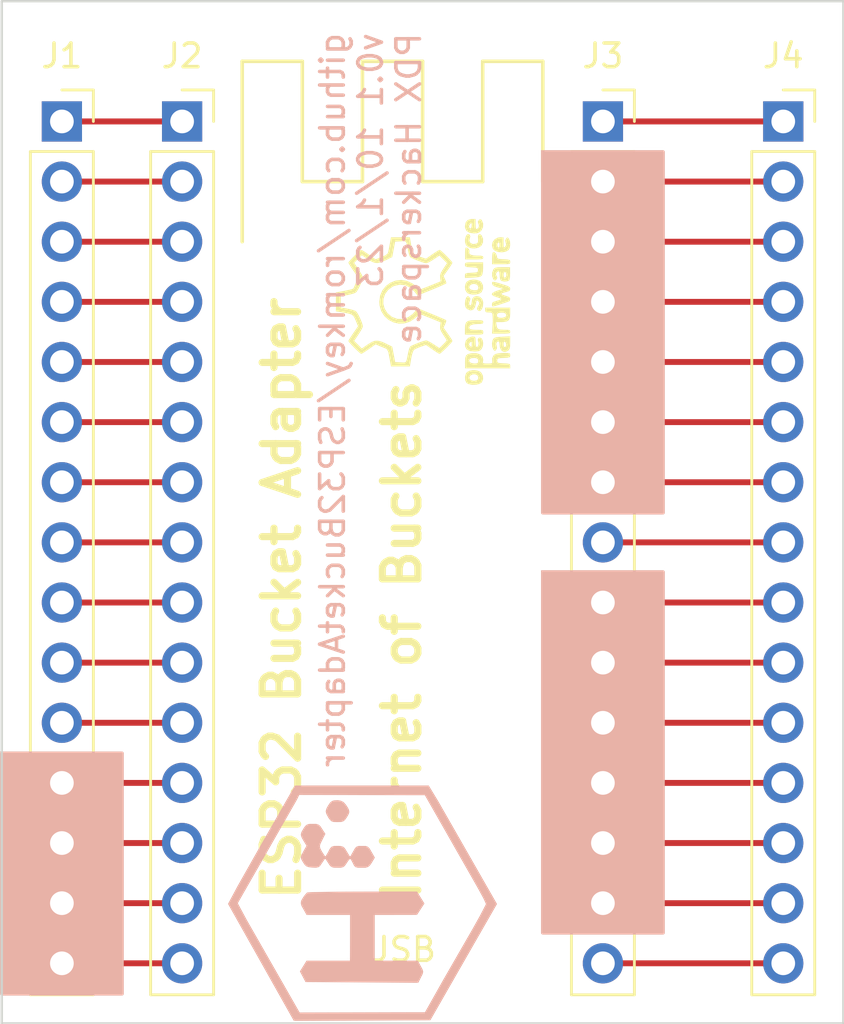
<source format=kicad_pcb>
(kicad_pcb (version 20221018) (generator pcbnew)
  (layers (0 "F.Cu" signal) (31 "B.Cu" signal) (34 "B.Paste" user) (35 "F.Paste" user) (36 "B.SilkS" user "B.Silkscreen") (37 "F.SilkS" user "F.Silkscreen") (38 "B.Mask" user) (39 "F.Mask" user) (44 "Edge.Cuts" user))
  (net 0 "")
  (net 1 "Net-(J1-Pin_11)")
  (net 2 "Net-(J1-Pin_1)")
  (net 3 "Net-(J1-Pin_2)")
  (net 4 "Net-(J1-Pin_3)")
  (net 5 "Net-(J1-Pin_4)")
  (net 6 "Net-(J1-Pin_5)")
  (net 7 "Net-(J1-Pin_6)")
  (net 8 "Net-(J1-Pin_7)")
  (net 9 "Net-(J1-Pin_8)")
  (net 10 "Net-(J1-Pin_9)")
  (net 11 "Net-(J1-Pin_10)")
  (net 12 "Net-(J1-Pin_12)")
  (net 13 "Net-(J1-Pin_13)")
  (net 14 "Net-(J1-Pin_14)")
  (net 15 "Net-(J1-Pin_15)")
  (net 16 "Net-(J3-Pin_1)")
  (net 17 "Net-(J3-Pin_2)")
  (net 18 "Net-(J3-Pin_3)")
  (net 19 "Net-(J3-Pin_4)")
  (net 20 "Net-(J3-Pin_5)")
  (net 21 "Net-(J3-Pin_6)")
  (net 22 "Net-(J3-Pin_7)")
  (net 23 "Net-(J3-Pin_8)")
  (net 24 "Net-(J3-Pin_9)")
  (net 25 "Net-(J3-Pin_10)")
  (net 26 "Net-(J3-Pin_11)")
  (net 27 "Net-(J3-Pin_12)")
  (net 28 "Net-(J3-Pin_13)")
  (net 29 "Net-(J3-Pin_14)")
  (net 30 "Net-(J3-Pin_15)")
  (footprint "Connector_PinSocket_2.54mm:PinSocket_1x15_P2.54mm_Vertical" (layer "F.Cu") (at 48.26 53.34)
    (fp_text reference "J3" (at 0 -2.77) (layer "F.SilkS"))
    (fp_text value "Conn_01x15_Socket" hide)
    (pad "1" thru_hole rect (at 0 0) (size 1.7 1.7) (drill 1) (layers "*.Cu" "*.Mask") (net 16 "Net-(J3-Pin_1)"))
    (pad "2" thru_hole oval (at 0 2.54) (size 1.7 1.7) (drill 1) (layers "*.Cu" "*.Mask") (net 17 "Net-(J3-Pin_2)"))
    (pad "3" thru_hole oval (at 0 5.08) (size 1.7 1.7) (drill 1) (layers "*.Cu" "*.Mask") (net 18 "Net-(J3-Pin_3)"))
    (pad "4" thru_hole oval (at 0 7.62) (size 1.7 1.7) (drill 1) (layers "*.Cu" "*.Mask") (net 19 "Net-(J3-Pin_4)"))
    (pad "5" thru_hole oval (at 0 10.16) (size 1.7 1.7) (drill 1) (layers "*.Cu" "*.Mask") (net 20 "Net-(J3-Pin_5)"))
    (pad "6" thru_hole oval (at 0 12.7) (size 1.7 1.7) (drill 1) (layers "*.Cu" "*.Mask") (net 21 "Net-(J3-Pin_6)"))
    (pad "7" thru_hole oval (at 0 15.24) (size 1.7 1.7) (drill 1) (layers "*.Cu" "*.Mask") (net 22 "Net-(J3-Pin_7)"))
    (pad "8" thru_hole oval (at 0 17.78) (size 1.7 1.7) (drill 1) (layers "*.Cu" "*.Mask") (net 23 "Net-(J3-Pin_8)"))
    (pad "9" thru_hole oval (at 0 20.32) (size 1.7 1.7) (drill 1) (layers "*.Cu" "*.Mask") (net 24 "Net-(J3-Pin_9)"))
    (pad "10" thru_hole oval (at 0 22.86) (size 1.7 1.7) (drill 1) (layers "*.Cu" "*.Mask") (net 25 "Net-(J3-Pin_10)"))
    (pad "11" thru_hole oval (at 0 25.4) (size 1.7 1.7) (drill 1) (layers "*.Cu" "*.Mask") (net 26 "Net-(J3-Pin_11)"))
    (pad "12" thru_hole oval (at 0 27.94) (size 1.7 1.7) (drill 1) (layers "*.Cu" "*.Mask") (net 27 "Net-(J3-Pin_12)"))
    (pad "13" thru_hole oval (at 0 30.48) (size 1.7 1.7) (drill 1) (layers "*.Cu" "*.Mask") (net 28 "Net-(J3-Pin_13)"))
    (pad "14" thru_hole oval (at 0 33.02) (size 1.7 1.7) (drill 1) (layers "*.Cu" "*.Mask") (net 29 "Net-(J3-Pin_14)"))
    (pad "15" thru_hole oval (at 0 35.56) (size 1.7 1.7) (drill 1) (layers "*.Cu" "*.Mask") (net 30 "Net-(J3-Pin_15)"))
  )
  (footprint "Connector_PinSocket_2.54mm:PinSocket_1x15_P2.54mm_Vertical" (layer "F.Cu") (at 55.88 53.34)
    (fp_text reference "J4" (at 0 -2.77) (layer "F.SilkS"))
    (fp_text value "Conn_01x15_Socket" hide)
    (pad "1" thru_hole rect (at 0 0) (size 1.7 1.7) (drill 1) (layers "*.Cu" "*.Mask") (net 16 "Net-(J3-Pin_1)"))
    (pad "2" thru_hole oval (at 0 2.54) (size 1.7 1.7) (drill 1) (layers "*.Cu" "*.Mask") (net 17 "Net-(J3-Pin_2)"))
    (pad "3" thru_hole oval (at 0 5.08) (size 1.7 1.7) (drill 1) (layers "*.Cu" "*.Mask") (net 18 "Net-(J3-Pin_3)"))
    (pad "4" thru_hole oval (at 0 7.62) (size 1.7 1.7) (drill 1) (layers "*.Cu" "*.Mask") (net 19 "Net-(J3-Pin_4)"))
    (pad "5" thru_hole oval (at 0 10.16) (size 1.7 1.7) (drill 1) (layers "*.Cu" "*.Mask") (net 20 "Net-(J3-Pin_5)"))
    (pad "6" thru_hole oval (at 0 12.7) (size 1.7 1.7) (drill 1) (layers "*.Cu" "*.Mask") (net 21 "Net-(J3-Pin_6)"))
    (pad "7" thru_hole oval (at 0 15.24) (size 1.7 1.7) (drill 1) (layers "*.Cu" "*.Mask") (net 22 "Net-(J3-Pin_7)"))
    (pad "8" thru_hole oval (at 0 17.78) (size 1.7 1.7) (drill 1) (layers "*.Cu" "*.Mask") (net 23 "Net-(J3-Pin_8)"))
    (pad "9" thru_hole oval (at 0 20.32) (size 1.7 1.7) (drill 1) (layers "*.Cu" "*.Mask") (net 24 "Net-(J3-Pin_9)"))
    (pad "10" thru_hole oval (at 0 22.86) (size 1.7 1.7) (drill 1) (layers "*.Cu" "*.Mask") (net 25 "Net-(J3-Pin_10)"))
    (pad "11" thru_hole oval (at 0 25.4) (size 1.7 1.7) (drill 1) (layers "*.Cu" "*.Mask") (net 26 "Net-(J3-Pin_11)"))
    (pad "12" thru_hole oval (at 0 27.94) (size 1.7 1.7) (drill 1) (layers "*.Cu" "*.Mask") (net 27 "Net-(J3-Pin_12)"))
    (pad "13" thru_hole oval (at 0 30.48) (size 1.7 1.7) (drill 1) (layers "*.Cu" "*.Mask") (net 28 "Net-(J3-Pin_13)"))
    (pad "14" thru_hole oval (at 0 33.02) (size 1.7 1.7) (drill 1) (layers "*.Cu" "*.Mask") (net 29 "Net-(J3-Pin_14)"))
    (pad "15" thru_hole oval (at 0 35.56) (size 1.7 1.7) (drill 1) (layers "*.Cu" "*.Mask") (net 30 "Net-(J3-Pin_15)"))
  )
  (footprint "LOGO" (layer "F.Cu") (at 40.64 60.96 90)
    (fp_text reference "G***" hide)
    (fp_text value "LOGO" hide)
  )
  (footprint "Connector_PinSocket_2.54mm:PinSocket_1x15_P2.54mm_Vertical" (layer "F.Cu") (at 30.48 53.34)
    (fp_text reference "J2" (at 0 -2.77) (layer "F.SilkS"))
    (fp_text value "Conn_01x15_Socket" hide)
    (pad "1" thru_hole rect (at 0 0) (size 1.7 1.7) (drill 1) (layers "*.Cu" "*.Mask") (net 2 "Net-(J1-Pin_1)"))
    (pad "2" thru_hole oval (at 0 2.54) (size 1.7 1.7) (drill 1) (layers "*.Cu" "*.Mask") (net 3 "Net-(J1-Pin_2)"))
    (pad "3" thru_hole oval (at 0 5.08) (size 1.7 1.7) (drill 1) (layers "*.Cu" "*.Mask") (net 4 "Net-(J1-Pin_3)"))
    (pad "4" thru_hole oval (at 0 7.62) (size 1.7 1.7) (drill 1) (layers "*.Cu" "*.Mask") (net 5 "Net-(J1-Pin_4)"))
    (pad "5" thru_hole oval (at 0 10.16) (size 1.7 1.7) (drill 1) (layers "*.Cu" "*.Mask") (net 6 "Net-(J1-Pin_5)"))
    (pad "6" thru_hole oval (at 0 12.7) (size 1.7 1.7) (drill 1) (layers "*.Cu" "*.Mask") (net 7 "Net-(J1-Pin_6)"))
    (pad "7" thru_hole oval (at 0 15.24) (size 1.7 1.7) (drill 1) (layers "*.Cu" "*.Mask") (net 8 "Net-(J1-Pin_7)"))
    (pad "8" thru_hole oval (at 0 17.78) (size 1.7 1.7) (drill 1) (layers "*.Cu" "*.Mask") (net 9 "Net-(J1-Pin_8)"))
    (pad "9" thru_hole oval (at 0 20.32) (size 1.7 1.7) (drill 1) (layers "*.Cu" "*.Mask") (net 10 "Net-(J1-Pin_9)"))
    (pad "10" thru_hole oval (at 0 22.86) (size 1.7 1.7) (drill 1) (layers "*.Cu" "*.Mask") (net 11 "Net-(J1-Pin_10)"))
    (pad "11" thru_hole oval (at 0 25.4) (size 1.7 1.7) (drill 1) (layers "*.Cu" "*.Mask") (net 1 "Net-(J1-Pin_11)"))
    (pad "12" thru_hole oval (at 0 27.94) (size 1.7 1.7) (drill 1) (layers "*.Cu" "*.Mask") (net 12 "Net-(J1-Pin_12)"))
    (pad "13" thru_hole oval (at 0 30.48) (size 1.7 1.7) (drill 1) (layers "*.Cu" "*.Mask") (net 13 "Net-(J1-Pin_13)"))
    (pad "14" thru_hole oval (at 0 33.02) (size 1.7 1.7) (drill 1) (layers "*.Cu" "*.Mask") (net 14 "Net-(J1-Pin_14)"))
    (pad "15" thru_hole oval (at 0 35.56) (size 1.7 1.7) (drill 1) (layers "*.Cu" "*.Mask") (net 15 "Net-(J1-Pin_15)"))
  )
  (footprint "Connector_PinSocket_2.54mm:PinSocket_1x15_P2.54mm_Vertical" (layer "F.Cu") (at 25.4 53.34)
    (fp_text reference "J1" (at 0 -2.77) (layer "F.SilkS"))
    (fp_text value "Conn_01x15_Socket" hide)
    (pad "1" thru_hole rect (at 0 0) (size 1.7 1.7) (drill 1) (layers "*.Cu" "*.Mask") (net 2 "Net-(J1-Pin_1)"))
    (pad "2" thru_hole oval (at 0 2.54) (size 1.7 1.7) (drill 1) (layers "*.Cu" "*.Mask") (net 3 "Net-(J1-Pin_2)"))
    (pad "3" thru_hole oval (at 0 5.08) (size 1.7 1.7) (drill 1) (layers "*.Cu" "*.Mask") (net 4 "Net-(J1-Pin_3)"))
    (pad "4" thru_hole oval (at 0 7.62) (size 1.7 1.7) (drill 1) (layers "*.Cu" "*.Mask") (net 5 "Net-(J1-Pin_4)"))
    (pad "5" thru_hole oval (at 0 10.16) (size 1.7 1.7) (drill 1) (layers "*.Cu" "*.Mask") (net 6 "Net-(J1-Pin_5)"))
    (pad "6" thru_hole oval (at 0 12.7) (size 1.7 1.7) (drill 1) (layers "*.Cu" "*.Mask") (net 7 "Net-(J1-Pin_6)"))
    (pad "7" thru_hole oval (at 0 15.24) (size 1.7 1.7) (drill 1) (layers "*.Cu" "*.Mask") (net 8 "Net-(J1-Pin_7)"))
    (pad "8" thru_hole oval (at 0 17.78) (size 1.7 1.7) (drill 1) (layers "*.Cu" "*.Mask") (net 9 "Net-(J1-Pin_8)"))
    (pad "9" thru_hole oval (at 0 20.32) (size 1.7 1.7) (drill 1) (layers "*.Cu" "*.Mask") (net 10 "Net-(J1-Pin_9)"))
    (pad "10" thru_hole oval (at 0 22.86) (size 1.7 1.7) (drill 1) (layers "*.Cu" "*.Mask") (net 11 "Net-(J1-Pin_10)"))
    (pad "11" thru_hole oval (at 0 25.4) (size 1.7 1.7) (drill 1) (layers "*.Cu" "*.Mask") (net 1 "Net-(J1-Pin_11)"))
    (pad "12" thru_hole oval (at 0 27.94) (size 1.7 1.7) (drill 1) (layers "*.Cu" "*.Mask") (net 12 "Net-(J1-Pin_12)"))
    (pad "13" thru_hole oval (at 0 30.48) (size 1.7 1.7) (drill 1) (layers "*.Cu" "*.Mask") (net 13 "Net-(J1-Pin_13)"))
    (pad "14" thru_hole oval (at 0 33.02) (size 1.7 1.7) (drill 1) (layers "*.Cu" "*.Mask") (net 14 "Net-(J1-Pin_14)"))
    (pad "15" thru_hole oval (at 0 35.56) (size 1.7 1.7) (drill 1) (layers "*.Cu" "*.Mask") (net 15 "Net-(J1-Pin_15)"))
  )
  (footprint "LOGO" (layer "B.Cu") (at 38.1 86.36 -90)
    (fp_text reference "G***" hide)
    (fp_text value "LOGO" hide)
  )
  (gr_rect (start 45.72 72.372) (end 50.8 87.612) (stroke (width 0.15)) (fill solid) (layer "B.SilkS"))
  (gr_rect (start 45.72 54.628) (end 50.8 69.868) (stroke (width 0.15)) (fill solid) (layer "B.SilkS"))
  (gr_rect (start 22.86 80.028) (end 27.94 90.188) (stroke (width 0.15)) (fill solid) (layer "B.SilkS"))
  (gr_line (start 35.56 55.88) (end 38.1 55.88) (stroke (width 0.15)) (layer "F.SilkS"))
  (gr_line (start 43.18 55.88) (end 43.18 50.8) (stroke (width 0.15)) (layer "F.SilkS"))
  (gr_line (start 38.1 50.8) (end 40.64 50.8) (stroke (width 0.15)) (layer "F.SilkS"))
  (gr_line (start 40.64 55.88) (end 43.18 55.88) (stroke (width 0.15)) (layer "F.SilkS"))
  (gr_line (start 33.02 50.8) (end 35.56 50.8) (stroke (width 0.15)) (layer "F.SilkS"))
  (gr_line (start 35.56 50.8) (end 35.56 55.88) (stroke (width 0.15)) (layer "F.SilkS"))
  (gr_line (start 43.18 50.8) (end 45.72 50.8) (stroke (width 0.15)) (layer "F.SilkS"))
  (gr_line (start 38.1 55.88) (end 38.1 50.8) (stroke (width 0.15)) (layer "F.SilkS"))
  (gr_line (start 33.02 58.42) (end 33.02 50.8) (stroke (width 0.15)) (layer "F.SilkS"))
  (gr_line (start 40.64 50.8) (end 40.64 55.88) (stroke (width 0.15)) (layer "F.SilkS"))
  (gr_line (start 45.72 50.8) (end 45.72 55.88) (stroke (width 0.15)) (layer "F.SilkS"))
  (gr_rect (start 22.86 48.26) (end 58.42 91.44) (stroke (width 0.1)) (fill none) (layer "Edge.Cuts"))
  (gr_text "github.com/romkey/ESP32BucketAdapter\nv0.1 10/1/23\nPDX Hackerspace" (at 40.64 49.512 90) (layer "B.SilkS") (effects (font (size 1 1)) (justify left bottom mirror)))
  (gr_text "ESP32 Bucket Adapter" (at 35.56 86.36 90) (layer "F.SilkS") (effects (font (size 1.5 1.5) (thickness 0.3) bold) (justify left bottom)))
  (gr_text "USB" (at 38.1 88.9) (layer "F.SilkS") (effects (font (size 1 1)) (justify left bottom)))
  (gr_text "Internet of Buckets" (at 40.64 86.36 90) (layer "F.SilkS") (effects (font (size 1.5 1.5) (thickness 0.3) bold) (justify left bottom)))
  (segment (start 25.4 78.74) (end 30.48 78.74) (width 0.25) (layer "F.Cu") (net 1))
  (segment (start 25.4 53.34) (end 30.48 53.34) (width 0.25) (layer "F.Cu") (net 2))
  (segment (start 25.4 55.88) (end 30.48 55.88) (width 0.25) (layer "F.Cu") (net 3))
  (segment (start 25.4 58.42) (end 30.48 58.42) (width 0.25) (layer "F.Cu") (net 4))
  (segment (start 25.4 60.96) (end 30.48 60.96) (width 0.25) (layer "F.Cu") (net 5))
  (segment (start 25.4 63.5) (end 30.48 63.5) (width 0.25) (layer "F.Cu") (net 6))
  (segment (start 25.4 66.04) (end 30.48 66.04) (width 0.25) (layer "F.Cu") (net 7))
  (segment (start 25.4 68.58) (end 30.48 68.58) (width 0.25) (layer "F.Cu") (net 8))
  (segment (start 25.4 71.12) (end 30.48 71.12) (width 0.25) (layer "F.Cu") (net 9))
  (segment (start 25.4 73.66) (end 30.48 73.66) (width 0.25) (layer "F.Cu") (net 10))
  (segment (start 25.4 76.2) (end 30.48 76.2) (width 0.25) (layer "F.Cu") (net 11))
  (segment (start 25.4 81.28) (end 30.48 81.28) (width 0.25) (layer "F.Cu") (net 12))
  (segment (start 25.4 83.82) (end 30.48 83.82) (width 0.25) (layer "F.Cu") (net 13))
  (segment (start 25.4 86.36) (end 30.48 86.36) (width 0.25) (layer "F.Cu") (net 14))
  (segment (start 25.4 88.9) (end 30.48 88.9) (width 0.25) (layer "F.Cu") (net 15))
  (segment (start 48.26 53.34) (end 55.88 53.34) (width 0.25) (layer "F.Cu") (net 16))
  (segment (start 48.26 55.88) (end 55.88 55.88) (width 0.25) (layer "F.Cu") (net 17))
  (segment (start 48.26 58.42) (end 55.88 58.42) (width 0.25) (layer "F.Cu") (net 18))
  (segment (start 48.26 60.96) (end 55.88 60.96) (width 0.25) (layer "F.Cu") (net 19))
  (segment (start 48.26 63.5) (end 55.88 63.5) (width 0.25) (layer "F.Cu") (net 20))
  (segment (start 48.26 66.04) (end 55.88 66.04) (width 0.25) (layer "F.Cu") (net 21))
  (segment (start 48.26 68.58) (end 55.88 68.58) (width 0.25) (layer "F.Cu") (net 22))
  (segment (start 48.26 71.12) (end 55.88 71.12) (width 0.25) (layer "F.Cu") (net 23))
  (segment (start 48.26 73.66) (end 55.88 73.66) (width 0.25) (layer "F.Cu") (net 24))
  (segment (start 48.26 76.2) (end 55.88 76.2) (width 0.25) (layer "F.Cu") (net 25))
  (segment (start 48.26 78.74) (end 55.88 78.74) (width 0.25) (layer "F.Cu") (net 26))
  (segment (start 48.26 81.28) (end 55.88 81.28) (width 0.25) (layer "F.Cu") (net 27))
  (segment (start 48.26 83.82) (end 55.88 83.82) (width 0.25) (layer "F.Cu") (net 28))
  (segment (start 48.26 86.36) (end 55.88 86.36) (width 0.25) (layer "F.Cu") (net 29))
  (segment (start 48.26 88.9) (end 55.88 88.9) (width 0.25) (layer "F.Cu") (net 30))
)
</source>
